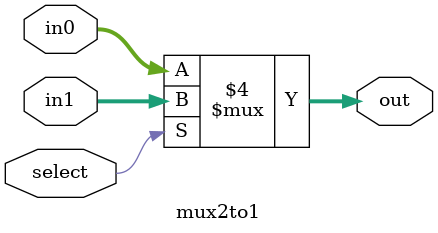
<source format=v>
module mux2to1(input            select,
               input[15:0]      in0, in1,
               output reg[15:0] out);

always@(*)
   if (select == 1'b1)
      out = in1;
   else
      out = in0;

endmodule

</source>
